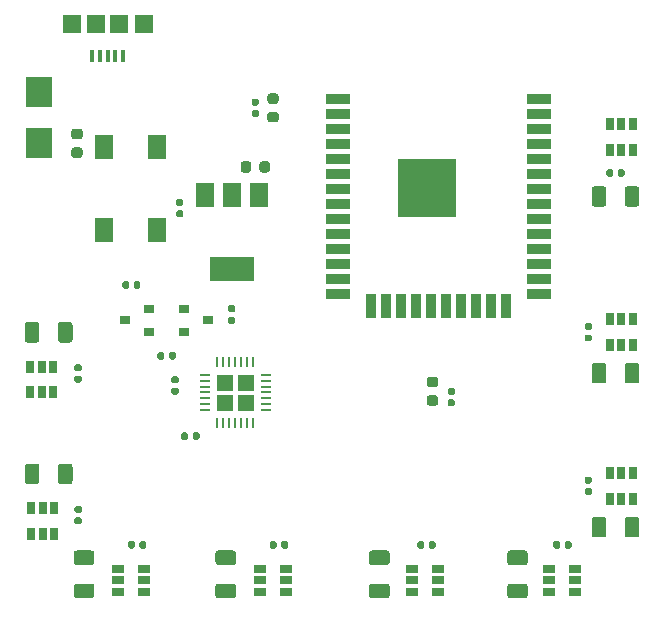
<source format=gbr>
%TF.GenerationSoftware,KiCad,Pcbnew,5.1.6-c6e7f7d~87~ubuntu18.04.1*%
%TF.CreationDate,2020-09-13T15:34:11-06:00*%
%TF.ProjectId,twinkle-led-controller,7477696e-6b6c-4652-9d6c-65642d636f6e,rev?*%
%TF.SameCoordinates,Original*%
%TF.FileFunction,Paste,Top*%
%TF.FilePolarity,Positive*%
%FSLAX46Y46*%
G04 Gerber Fmt 4.6, Leading zero omitted, Abs format (unit mm)*
G04 Created by KiCad (PCBNEW 5.1.6-c6e7f7d~87~ubuntu18.04.1) date 2020-09-13 15:34:11*
%MOMM*%
%LPD*%
G01*
G04 APERTURE LIST*
%ADD10C,0.010000*%
%ADD11R,0.254000X0.900000*%
%ADD12R,0.900000X0.254000*%
%ADD13R,2.300000X2.500000*%
%ADD14R,0.650000X1.060000*%
%ADD15R,1.060000X0.650000*%
%ADD16R,2.000000X0.900000*%
%ADD17R,0.900000X2.000000*%
%ADD18R,5.000000X5.000000*%
%ADD19R,1.500000X2.000000*%
%ADD20R,3.800000X2.000000*%
%ADD21R,0.900000X0.800000*%
%ADD22R,1.500000X1.550000*%
%ADD23R,0.320000X1.080000*%
G04 APERTURE END LIST*
D10*
%TO.C,U2*%
G36*
X203297520Y-83100000D02*
G01*
X204550000Y-83100000D01*
X204550000Y-84349587D01*
X203297520Y-84349587D01*
X203297520Y-83100000D01*
G37*
X203297520Y-83100000D02*
X204550000Y-83100000D01*
X204550000Y-84349587D01*
X203297520Y-84349587D01*
X203297520Y-83100000D01*
G36*
X205050062Y-83100000D02*
G01*
X206300000Y-83100000D01*
X206300000Y-84349938D01*
X205050062Y-84349938D01*
X205050062Y-83100000D01*
G37*
X205050062Y-83100000D02*
X206300000Y-83100000D01*
X206300000Y-84349938D01*
X205050062Y-84349938D01*
X205050062Y-83100000D01*
G36*
X203297480Y-84850000D02*
G01*
X204550000Y-84850000D01*
X204550000Y-86102520D01*
X203297480Y-86102520D01*
X203297480Y-84850000D01*
G37*
X203297480Y-84850000D02*
X204550000Y-84850000D01*
X204550000Y-86102520D01*
X203297480Y-86102520D01*
X203297480Y-84850000D01*
G36*
X205050456Y-84850000D02*
G01*
X206300000Y-84850000D01*
X206300000Y-86102730D01*
X205050456Y-86102730D01*
X205050456Y-84850000D01*
G37*
X205050456Y-84850000D02*
X206300000Y-84850000D01*
X206300000Y-86102730D01*
X205050456Y-86102730D01*
X205050456Y-84850000D01*
%TD*%
D11*
%TO.C,U2*%
X203300000Y-82010000D03*
X203800000Y-82010000D03*
X204300000Y-82010000D03*
X204800000Y-82010000D03*
X205300000Y-82010000D03*
X205800000Y-82010000D03*
X206300000Y-82010000D03*
D12*
X207390000Y-83100000D03*
X207390000Y-83600000D03*
X207390000Y-84100000D03*
X207390000Y-84600000D03*
X207390000Y-85100000D03*
X207390000Y-85600000D03*
X207390000Y-86100000D03*
D11*
X206300000Y-87190000D03*
X205800000Y-87190000D03*
X205300000Y-87190000D03*
X204800000Y-87190000D03*
X204300000Y-87190000D03*
X203800000Y-87190000D03*
X203300000Y-87190000D03*
D12*
X202210000Y-86100000D03*
X202210000Y-85600000D03*
X202210000Y-85100000D03*
X202210000Y-84600000D03*
X202210000Y-84100000D03*
X202210000Y-83600000D03*
X202210000Y-83100000D03*
%TD*%
%TO.C,R15*%
G36*
G01*
X201190000Y-88472500D02*
X201190000Y-88127500D01*
G75*
G02*
X201337500Y-87980000I147500J0D01*
G01*
X201632500Y-87980000D01*
G75*
G02*
X201780000Y-88127500I0J-147500D01*
G01*
X201780000Y-88472500D01*
G75*
G02*
X201632500Y-88620000I-147500J0D01*
G01*
X201337500Y-88620000D01*
G75*
G02*
X201190000Y-88472500I0J147500D01*
G01*
G37*
G36*
G01*
X200220000Y-88472500D02*
X200220000Y-88127500D01*
G75*
G02*
X200367500Y-87980000I147500J0D01*
G01*
X200662500Y-87980000D01*
G75*
G02*
X200810000Y-88127500I0J-147500D01*
G01*
X200810000Y-88472500D01*
G75*
G02*
X200662500Y-88620000I-147500J0D01*
G01*
X200367500Y-88620000D01*
G75*
G02*
X200220000Y-88472500I0J147500D01*
G01*
G37*
%TD*%
D13*
%TO.C,D1*%
X188200000Y-63450000D03*
X188200000Y-59150000D03*
%TD*%
%TO.C,R14*%
G36*
G01*
X222927500Y-85190000D02*
X223272500Y-85190000D01*
G75*
G02*
X223420000Y-85337500I0J-147500D01*
G01*
X223420000Y-85632500D01*
G75*
G02*
X223272500Y-85780000I-147500J0D01*
G01*
X222927500Y-85780000D01*
G75*
G02*
X222780000Y-85632500I0J147500D01*
G01*
X222780000Y-85337500D01*
G75*
G02*
X222927500Y-85190000I147500J0D01*
G01*
G37*
G36*
G01*
X222927500Y-84220000D02*
X223272500Y-84220000D01*
G75*
G02*
X223420000Y-84367500I0J-147500D01*
G01*
X223420000Y-84662500D01*
G75*
G02*
X223272500Y-84810000I-147500J0D01*
G01*
X222927500Y-84810000D01*
G75*
G02*
X222780000Y-84662500I0J147500D01*
G01*
X222780000Y-84367500D01*
G75*
G02*
X222927500Y-84220000I147500J0D01*
G01*
G37*
%TD*%
D14*
%TO.C,U12*%
X188400000Y-82400000D03*
X187450000Y-82400000D03*
X189350000Y-82400000D03*
X189350000Y-84600000D03*
X188400000Y-84600000D03*
X187450000Y-84600000D03*
%TD*%
%TO.C,U11*%
X188500000Y-94400000D03*
X187550000Y-94400000D03*
X189450000Y-94400000D03*
X189450000Y-96600000D03*
X188500000Y-96600000D03*
X187550000Y-96600000D03*
%TD*%
D15*
%TO.C,U10*%
X194900000Y-100500000D03*
X194900000Y-101450000D03*
X194900000Y-99550000D03*
X197100000Y-99550000D03*
X197100000Y-100500000D03*
X197100000Y-101450000D03*
%TD*%
%TO.C,U9*%
X206900000Y-100500000D03*
X206900000Y-101450000D03*
X206900000Y-99550000D03*
X209100000Y-99550000D03*
X209100000Y-100500000D03*
X209100000Y-101450000D03*
%TD*%
%TO.C,U8*%
X219760000Y-100500000D03*
X219760000Y-101450000D03*
X219760000Y-99550000D03*
X221960000Y-99550000D03*
X221960000Y-100500000D03*
X221960000Y-101450000D03*
%TD*%
%TO.C,U7*%
X231400000Y-100500000D03*
X231400000Y-101450000D03*
X231400000Y-99550000D03*
X233600000Y-99550000D03*
X233600000Y-100500000D03*
X233600000Y-101450000D03*
%TD*%
D14*
%TO.C,U6*%
X237500000Y-93600000D03*
X238450000Y-93600000D03*
X236550000Y-93600000D03*
X236550000Y-91400000D03*
X237500000Y-91400000D03*
X238450000Y-91400000D03*
%TD*%
%TO.C,U5*%
X237500000Y-80600000D03*
X238450000Y-80600000D03*
X236550000Y-80600000D03*
X236550000Y-78400000D03*
X237500000Y-78400000D03*
X238450000Y-78400000D03*
%TD*%
%TO.C,U4*%
X237500000Y-64100000D03*
X238450000Y-64100000D03*
X236550000Y-64100000D03*
X236550000Y-61900000D03*
X237500000Y-61900000D03*
X238450000Y-61900000D03*
%TD*%
D16*
%TO.C,U3*%
X230500000Y-59745000D03*
X230500000Y-61015000D03*
X230500000Y-62285000D03*
X230500000Y-63555000D03*
X230500000Y-64825000D03*
X230500000Y-66095000D03*
X230500000Y-67365000D03*
X230500000Y-68635000D03*
X230500000Y-69905000D03*
X230500000Y-71175000D03*
X230500000Y-72445000D03*
X230500000Y-73715000D03*
X230500000Y-74985000D03*
X230500000Y-76255000D03*
D17*
X227715000Y-77255000D03*
X226445000Y-77255000D03*
X225175000Y-77255000D03*
X223905000Y-77255000D03*
X222635000Y-77255000D03*
X221365000Y-77255000D03*
X220095000Y-77255000D03*
X218825000Y-77255000D03*
X217555000Y-77255000D03*
X216285000Y-77255000D03*
D16*
X213500000Y-76255000D03*
X213500000Y-74985000D03*
X213500000Y-73715000D03*
X213500000Y-72445000D03*
X213500000Y-71175000D03*
X213500000Y-69905000D03*
X213500000Y-68635000D03*
X213500000Y-67365000D03*
X213500000Y-66095000D03*
X213500000Y-64825000D03*
X213500000Y-63555000D03*
X213500000Y-62285000D03*
X213500000Y-61015000D03*
X213500000Y-59745000D03*
D18*
X221000000Y-67245000D03*
%TD*%
D19*
%TO.C,U1*%
X206800000Y-67850000D03*
X202200000Y-67850000D03*
X204500000Y-67850000D03*
D20*
X204500000Y-74150000D03*
%TD*%
D19*
%TO.C,SW1*%
X193650000Y-70800000D03*
X193650000Y-63800000D03*
X198150000Y-70800000D03*
X198150000Y-63800000D03*
%TD*%
%TO.C,R12*%
G36*
G01*
X189775000Y-80125000D02*
X189775000Y-78875000D01*
G75*
G02*
X190025000Y-78625000I250000J0D01*
G01*
X190775000Y-78625000D01*
G75*
G02*
X191025000Y-78875000I0J-250000D01*
G01*
X191025000Y-80125000D01*
G75*
G02*
X190775000Y-80375000I-250000J0D01*
G01*
X190025000Y-80375000D01*
G75*
G02*
X189775000Y-80125000I0J250000D01*
G01*
G37*
G36*
G01*
X186975000Y-80125000D02*
X186975000Y-78875000D01*
G75*
G02*
X187225000Y-78625000I250000J0D01*
G01*
X187975000Y-78625000D01*
G75*
G02*
X188225000Y-78875000I0J-250000D01*
G01*
X188225000Y-80125000D01*
G75*
G02*
X187975000Y-80375000I-250000J0D01*
G01*
X187225000Y-80375000D01*
G75*
G02*
X186975000Y-80125000I0J250000D01*
G01*
G37*
%TD*%
%TO.C,R11*%
G36*
G01*
X189775000Y-92125000D02*
X189775000Y-90875000D01*
G75*
G02*
X190025000Y-90625000I250000J0D01*
G01*
X190775000Y-90625000D01*
G75*
G02*
X191025000Y-90875000I0J-250000D01*
G01*
X191025000Y-92125000D01*
G75*
G02*
X190775000Y-92375000I-250000J0D01*
G01*
X190025000Y-92375000D01*
G75*
G02*
X189775000Y-92125000I0J250000D01*
G01*
G37*
G36*
G01*
X186975000Y-92125000D02*
X186975000Y-90875000D01*
G75*
G02*
X187225000Y-90625000I250000J0D01*
G01*
X187975000Y-90625000D01*
G75*
G02*
X188225000Y-90875000I0J-250000D01*
G01*
X188225000Y-92125000D01*
G75*
G02*
X187975000Y-92375000I-250000J0D01*
G01*
X187225000Y-92375000D01*
G75*
G02*
X186975000Y-92125000I0J250000D01*
G01*
G37*
%TD*%
%TO.C,R10*%
G36*
G01*
X192625000Y-99225000D02*
X191375000Y-99225000D01*
G75*
G02*
X191125000Y-98975000I0J250000D01*
G01*
X191125000Y-98225000D01*
G75*
G02*
X191375000Y-97975000I250000J0D01*
G01*
X192625000Y-97975000D01*
G75*
G02*
X192875000Y-98225000I0J-250000D01*
G01*
X192875000Y-98975000D01*
G75*
G02*
X192625000Y-99225000I-250000J0D01*
G01*
G37*
G36*
G01*
X192625000Y-102025000D02*
X191375000Y-102025000D01*
G75*
G02*
X191125000Y-101775000I0J250000D01*
G01*
X191125000Y-101025000D01*
G75*
G02*
X191375000Y-100775000I250000J0D01*
G01*
X192625000Y-100775000D01*
G75*
G02*
X192875000Y-101025000I0J-250000D01*
G01*
X192875000Y-101775000D01*
G75*
G02*
X192625000Y-102025000I-250000J0D01*
G01*
G37*
%TD*%
%TO.C,R9*%
G36*
G01*
X204625000Y-99225000D02*
X203375000Y-99225000D01*
G75*
G02*
X203125000Y-98975000I0J250000D01*
G01*
X203125000Y-98225000D01*
G75*
G02*
X203375000Y-97975000I250000J0D01*
G01*
X204625000Y-97975000D01*
G75*
G02*
X204875000Y-98225000I0J-250000D01*
G01*
X204875000Y-98975000D01*
G75*
G02*
X204625000Y-99225000I-250000J0D01*
G01*
G37*
G36*
G01*
X204625000Y-102025000D02*
X203375000Y-102025000D01*
G75*
G02*
X203125000Y-101775000I0J250000D01*
G01*
X203125000Y-101025000D01*
G75*
G02*
X203375000Y-100775000I250000J0D01*
G01*
X204625000Y-100775000D01*
G75*
G02*
X204875000Y-101025000I0J-250000D01*
G01*
X204875000Y-101775000D01*
G75*
G02*
X204625000Y-102025000I-250000J0D01*
G01*
G37*
%TD*%
%TO.C,R8*%
G36*
G01*
X217625000Y-99225000D02*
X216375000Y-99225000D01*
G75*
G02*
X216125000Y-98975000I0J250000D01*
G01*
X216125000Y-98225000D01*
G75*
G02*
X216375000Y-97975000I250000J0D01*
G01*
X217625000Y-97975000D01*
G75*
G02*
X217875000Y-98225000I0J-250000D01*
G01*
X217875000Y-98975000D01*
G75*
G02*
X217625000Y-99225000I-250000J0D01*
G01*
G37*
G36*
G01*
X217625000Y-102025000D02*
X216375000Y-102025000D01*
G75*
G02*
X216125000Y-101775000I0J250000D01*
G01*
X216125000Y-101025000D01*
G75*
G02*
X216375000Y-100775000I250000J0D01*
G01*
X217625000Y-100775000D01*
G75*
G02*
X217875000Y-101025000I0J-250000D01*
G01*
X217875000Y-101775000D01*
G75*
G02*
X217625000Y-102025000I-250000J0D01*
G01*
G37*
%TD*%
%TO.C,R7*%
G36*
G01*
X229325000Y-99225000D02*
X228075000Y-99225000D01*
G75*
G02*
X227825000Y-98975000I0J250000D01*
G01*
X227825000Y-98225000D01*
G75*
G02*
X228075000Y-97975000I250000J0D01*
G01*
X229325000Y-97975000D01*
G75*
G02*
X229575000Y-98225000I0J-250000D01*
G01*
X229575000Y-98975000D01*
G75*
G02*
X229325000Y-99225000I-250000J0D01*
G01*
G37*
G36*
G01*
X229325000Y-102025000D02*
X228075000Y-102025000D01*
G75*
G02*
X227825000Y-101775000I0J250000D01*
G01*
X227825000Y-101025000D01*
G75*
G02*
X228075000Y-100775000I250000J0D01*
G01*
X229325000Y-100775000D01*
G75*
G02*
X229575000Y-101025000I0J-250000D01*
G01*
X229575000Y-101775000D01*
G75*
G02*
X229325000Y-102025000I-250000J0D01*
G01*
G37*
%TD*%
%TO.C,R6*%
G36*
G01*
X236225000Y-95375000D02*
X236225000Y-96625000D01*
G75*
G02*
X235975000Y-96875000I-250000J0D01*
G01*
X235225000Y-96875000D01*
G75*
G02*
X234975000Y-96625000I0J250000D01*
G01*
X234975000Y-95375000D01*
G75*
G02*
X235225000Y-95125000I250000J0D01*
G01*
X235975000Y-95125000D01*
G75*
G02*
X236225000Y-95375000I0J-250000D01*
G01*
G37*
G36*
G01*
X239025000Y-95375000D02*
X239025000Y-96625000D01*
G75*
G02*
X238775000Y-96875000I-250000J0D01*
G01*
X238025000Y-96875000D01*
G75*
G02*
X237775000Y-96625000I0J250000D01*
G01*
X237775000Y-95375000D01*
G75*
G02*
X238025000Y-95125000I250000J0D01*
G01*
X238775000Y-95125000D01*
G75*
G02*
X239025000Y-95375000I0J-250000D01*
G01*
G37*
%TD*%
%TO.C,R5*%
G36*
G01*
X236225000Y-82335000D02*
X236225000Y-83585000D01*
G75*
G02*
X235975000Y-83835000I-250000J0D01*
G01*
X235225000Y-83835000D01*
G75*
G02*
X234975000Y-83585000I0J250000D01*
G01*
X234975000Y-82335000D01*
G75*
G02*
X235225000Y-82085000I250000J0D01*
G01*
X235975000Y-82085000D01*
G75*
G02*
X236225000Y-82335000I0J-250000D01*
G01*
G37*
G36*
G01*
X239025000Y-82335000D02*
X239025000Y-83585000D01*
G75*
G02*
X238775000Y-83835000I-250000J0D01*
G01*
X238025000Y-83835000D01*
G75*
G02*
X237775000Y-83585000I0J250000D01*
G01*
X237775000Y-82335000D01*
G75*
G02*
X238025000Y-82085000I250000J0D01*
G01*
X238775000Y-82085000D01*
G75*
G02*
X239025000Y-82335000I0J-250000D01*
G01*
G37*
%TD*%
%TO.C,R4*%
G36*
G01*
X236225000Y-67375000D02*
X236225000Y-68625000D01*
G75*
G02*
X235975000Y-68875000I-250000J0D01*
G01*
X235225000Y-68875000D01*
G75*
G02*
X234975000Y-68625000I0J250000D01*
G01*
X234975000Y-67375000D01*
G75*
G02*
X235225000Y-67125000I250000J0D01*
G01*
X235975000Y-67125000D01*
G75*
G02*
X236225000Y-67375000I0J-250000D01*
G01*
G37*
G36*
G01*
X239025000Y-67375000D02*
X239025000Y-68625000D01*
G75*
G02*
X238775000Y-68875000I-250000J0D01*
G01*
X238025000Y-68875000D01*
G75*
G02*
X237775000Y-68625000I0J250000D01*
G01*
X237775000Y-67375000D01*
G75*
G02*
X238025000Y-67125000I250000J0D01*
G01*
X238775000Y-67125000D01*
G75*
G02*
X239025000Y-67375000I0J-250000D01*
G01*
G37*
%TD*%
%TO.C,R3*%
G36*
G01*
X204327500Y-78190000D02*
X204672500Y-78190000D01*
G75*
G02*
X204820000Y-78337500I0J-147500D01*
G01*
X204820000Y-78632500D01*
G75*
G02*
X204672500Y-78780000I-147500J0D01*
G01*
X204327500Y-78780000D01*
G75*
G02*
X204180000Y-78632500I0J147500D01*
G01*
X204180000Y-78337500D01*
G75*
G02*
X204327500Y-78190000I147500J0D01*
G01*
G37*
G36*
G01*
X204327500Y-77220000D02*
X204672500Y-77220000D01*
G75*
G02*
X204820000Y-77367500I0J-147500D01*
G01*
X204820000Y-77662500D01*
G75*
G02*
X204672500Y-77810000I-147500J0D01*
G01*
X204327500Y-77810000D01*
G75*
G02*
X204180000Y-77662500I0J147500D01*
G01*
X204180000Y-77367500D01*
G75*
G02*
X204327500Y-77220000I147500J0D01*
G01*
G37*
%TD*%
%TO.C,R2*%
G36*
G01*
X199190000Y-81672500D02*
X199190000Y-81327500D01*
G75*
G02*
X199337500Y-81180000I147500J0D01*
G01*
X199632500Y-81180000D01*
G75*
G02*
X199780000Y-81327500I0J-147500D01*
G01*
X199780000Y-81672500D01*
G75*
G02*
X199632500Y-81820000I-147500J0D01*
G01*
X199337500Y-81820000D01*
G75*
G02*
X199190000Y-81672500I0J147500D01*
G01*
G37*
G36*
G01*
X198220000Y-81672500D02*
X198220000Y-81327500D01*
G75*
G02*
X198367500Y-81180000I147500J0D01*
G01*
X198662500Y-81180000D01*
G75*
G02*
X198810000Y-81327500I0J-147500D01*
G01*
X198810000Y-81672500D01*
G75*
G02*
X198662500Y-81820000I-147500J0D01*
G01*
X198367500Y-81820000D01*
G75*
G02*
X198220000Y-81672500I0J147500D01*
G01*
G37*
%TD*%
%TO.C,R1*%
G36*
G01*
X195810000Y-75327500D02*
X195810000Y-75672500D01*
G75*
G02*
X195662500Y-75820000I-147500J0D01*
G01*
X195367500Y-75820000D01*
G75*
G02*
X195220000Y-75672500I0J147500D01*
G01*
X195220000Y-75327500D01*
G75*
G02*
X195367500Y-75180000I147500J0D01*
G01*
X195662500Y-75180000D01*
G75*
G02*
X195810000Y-75327500I0J-147500D01*
G01*
G37*
G36*
G01*
X196780000Y-75327500D02*
X196780000Y-75672500D01*
G75*
G02*
X196632500Y-75820000I-147500J0D01*
G01*
X196337500Y-75820000D01*
G75*
G02*
X196190000Y-75672500I0J147500D01*
G01*
X196190000Y-75327500D01*
G75*
G02*
X196337500Y-75180000I147500J0D01*
G01*
X196632500Y-75180000D01*
G75*
G02*
X196780000Y-75327500I0J-147500D01*
G01*
G37*
%TD*%
D21*
%TO.C,Q2*%
X195500000Y-78500000D03*
X197500000Y-77550000D03*
X197500000Y-79450000D03*
%TD*%
%TO.C,Q1*%
X202500000Y-78500000D03*
X200500000Y-79450000D03*
X200500000Y-77550000D03*
%TD*%
D22*
%TO.C,J1*%
X190950000Y-53400000D03*
X197050000Y-53400000D03*
X193000000Y-53400000D03*
X195000000Y-53400000D03*
D23*
X192700000Y-56075000D03*
X193350000Y-56075000D03*
X194000000Y-56075000D03*
X194650000Y-56075000D03*
X195300000Y-56075000D03*
%TD*%
%TO.C,D2*%
G36*
G01*
X221756250Y-84150000D02*
X221243750Y-84150000D01*
G75*
G02*
X221025000Y-83931250I0J218750D01*
G01*
X221025000Y-83493750D01*
G75*
G02*
X221243750Y-83275000I218750J0D01*
G01*
X221756250Y-83275000D01*
G75*
G02*
X221975000Y-83493750I0J-218750D01*
G01*
X221975000Y-83931250D01*
G75*
G02*
X221756250Y-84150000I-218750J0D01*
G01*
G37*
G36*
G01*
X221756250Y-85725000D02*
X221243750Y-85725000D01*
G75*
G02*
X221025000Y-85506250I0J218750D01*
G01*
X221025000Y-85068750D01*
G75*
G02*
X221243750Y-84850000I218750J0D01*
G01*
X221756250Y-84850000D01*
G75*
G02*
X221975000Y-85068750I0J-218750D01*
G01*
X221975000Y-85506250D01*
G75*
G02*
X221756250Y-85725000I-218750J0D01*
G01*
G37*
%TD*%
%TO.C,C16*%
G36*
G01*
X191327500Y-83190000D02*
X191672500Y-83190000D01*
G75*
G02*
X191820000Y-83337500I0J-147500D01*
G01*
X191820000Y-83632500D01*
G75*
G02*
X191672500Y-83780000I-147500J0D01*
G01*
X191327500Y-83780000D01*
G75*
G02*
X191180000Y-83632500I0J147500D01*
G01*
X191180000Y-83337500D01*
G75*
G02*
X191327500Y-83190000I147500J0D01*
G01*
G37*
G36*
G01*
X191327500Y-82220000D02*
X191672500Y-82220000D01*
G75*
G02*
X191820000Y-82367500I0J-147500D01*
G01*
X191820000Y-82662500D01*
G75*
G02*
X191672500Y-82810000I-147500J0D01*
G01*
X191327500Y-82810000D01*
G75*
G02*
X191180000Y-82662500I0J147500D01*
G01*
X191180000Y-82367500D01*
G75*
G02*
X191327500Y-82220000I147500J0D01*
G01*
G37*
%TD*%
%TO.C,C15*%
G36*
G01*
X191327500Y-95175000D02*
X191672500Y-95175000D01*
G75*
G02*
X191820000Y-95322500I0J-147500D01*
G01*
X191820000Y-95617500D01*
G75*
G02*
X191672500Y-95765000I-147500J0D01*
G01*
X191327500Y-95765000D01*
G75*
G02*
X191180000Y-95617500I0J147500D01*
G01*
X191180000Y-95322500D01*
G75*
G02*
X191327500Y-95175000I147500J0D01*
G01*
G37*
G36*
G01*
X191327500Y-94205000D02*
X191672500Y-94205000D01*
G75*
G02*
X191820000Y-94352500I0J-147500D01*
G01*
X191820000Y-94647500D01*
G75*
G02*
X191672500Y-94795000I-147500J0D01*
G01*
X191327500Y-94795000D01*
G75*
G02*
X191180000Y-94647500I0J147500D01*
G01*
X191180000Y-94352500D01*
G75*
G02*
X191327500Y-94205000I147500J0D01*
G01*
G37*
%TD*%
%TO.C,C14*%
G36*
G01*
X196690000Y-97672500D02*
X196690000Y-97327500D01*
G75*
G02*
X196837500Y-97180000I147500J0D01*
G01*
X197132500Y-97180000D01*
G75*
G02*
X197280000Y-97327500I0J-147500D01*
G01*
X197280000Y-97672500D01*
G75*
G02*
X197132500Y-97820000I-147500J0D01*
G01*
X196837500Y-97820000D01*
G75*
G02*
X196690000Y-97672500I0J147500D01*
G01*
G37*
G36*
G01*
X195720000Y-97672500D02*
X195720000Y-97327500D01*
G75*
G02*
X195867500Y-97180000I147500J0D01*
G01*
X196162500Y-97180000D01*
G75*
G02*
X196310000Y-97327500I0J-147500D01*
G01*
X196310000Y-97672500D01*
G75*
G02*
X196162500Y-97820000I-147500J0D01*
G01*
X195867500Y-97820000D01*
G75*
G02*
X195720000Y-97672500I0J147500D01*
G01*
G37*
%TD*%
%TO.C,C13*%
G36*
G01*
X208690000Y-97672500D02*
X208690000Y-97327500D01*
G75*
G02*
X208837500Y-97180000I147500J0D01*
G01*
X209132500Y-97180000D01*
G75*
G02*
X209280000Y-97327500I0J-147500D01*
G01*
X209280000Y-97672500D01*
G75*
G02*
X209132500Y-97820000I-147500J0D01*
G01*
X208837500Y-97820000D01*
G75*
G02*
X208690000Y-97672500I0J147500D01*
G01*
G37*
G36*
G01*
X207720000Y-97672500D02*
X207720000Y-97327500D01*
G75*
G02*
X207867500Y-97180000I147500J0D01*
G01*
X208162500Y-97180000D01*
G75*
G02*
X208310000Y-97327500I0J-147500D01*
G01*
X208310000Y-97672500D01*
G75*
G02*
X208162500Y-97820000I-147500J0D01*
G01*
X207867500Y-97820000D01*
G75*
G02*
X207720000Y-97672500I0J147500D01*
G01*
G37*
%TD*%
%TO.C,C12*%
G36*
G01*
X221190000Y-97672500D02*
X221190000Y-97327500D01*
G75*
G02*
X221337500Y-97180000I147500J0D01*
G01*
X221632500Y-97180000D01*
G75*
G02*
X221780000Y-97327500I0J-147500D01*
G01*
X221780000Y-97672500D01*
G75*
G02*
X221632500Y-97820000I-147500J0D01*
G01*
X221337500Y-97820000D01*
G75*
G02*
X221190000Y-97672500I0J147500D01*
G01*
G37*
G36*
G01*
X220220000Y-97672500D02*
X220220000Y-97327500D01*
G75*
G02*
X220367500Y-97180000I147500J0D01*
G01*
X220662500Y-97180000D01*
G75*
G02*
X220810000Y-97327500I0J-147500D01*
G01*
X220810000Y-97672500D01*
G75*
G02*
X220662500Y-97820000I-147500J0D01*
G01*
X220367500Y-97820000D01*
G75*
G02*
X220220000Y-97672500I0J147500D01*
G01*
G37*
%TD*%
%TO.C,C11*%
G36*
G01*
X232690000Y-97672500D02*
X232690000Y-97327500D01*
G75*
G02*
X232837500Y-97180000I147500J0D01*
G01*
X233132500Y-97180000D01*
G75*
G02*
X233280000Y-97327500I0J-147500D01*
G01*
X233280000Y-97672500D01*
G75*
G02*
X233132500Y-97820000I-147500J0D01*
G01*
X232837500Y-97820000D01*
G75*
G02*
X232690000Y-97672500I0J147500D01*
G01*
G37*
G36*
G01*
X231720000Y-97672500D02*
X231720000Y-97327500D01*
G75*
G02*
X231867500Y-97180000I147500J0D01*
G01*
X232162500Y-97180000D01*
G75*
G02*
X232310000Y-97327500I0J-147500D01*
G01*
X232310000Y-97672500D01*
G75*
G02*
X232162500Y-97820000I-147500J0D01*
G01*
X231867500Y-97820000D01*
G75*
G02*
X231720000Y-97672500I0J147500D01*
G01*
G37*
%TD*%
%TO.C,C10*%
G36*
G01*
X234872500Y-92310000D02*
X234527500Y-92310000D01*
G75*
G02*
X234380000Y-92162500I0J147500D01*
G01*
X234380000Y-91867500D01*
G75*
G02*
X234527500Y-91720000I147500J0D01*
G01*
X234872500Y-91720000D01*
G75*
G02*
X235020000Y-91867500I0J-147500D01*
G01*
X235020000Y-92162500D01*
G75*
G02*
X234872500Y-92310000I-147500J0D01*
G01*
G37*
G36*
G01*
X234872500Y-93280000D02*
X234527500Y-93280000D01*
G75*
G02*
X234380000Y-93132500I0J147500D01*
G01*
X234380000Y-92837500D01*
G75*
G02*
X234527500Y-92690000I147500J0D01*
G01*
X234872500Y-92690000D01*
G75*
G02*
X235020000Y-92837500I0J-147500D01*
G01*
X235020000Y-93132500D01*
G75*
G02*
X234872500Y-93280000I-147500J0D01*
G01*
G37*
%TD*%
%TO.C,C9*%
G36*
G01*
X234872500Y-79310000D02*
X234527500Y-79310000D01*
G75*
G02*
X234380000Y-79162500I0J147500D01*
G01*
X234380000Y-78867500D01*
G75*
G02*
X234527500Y-78720000I147500J0D01*
G01*
X234872500Y-78720000D01*
G75*
G02*
X235020000Y-78867500I0J-147500D01*
G01*
X235020000Y-79162500D01*
G75*
G02*
X234872500Y-79310000I-147500J0D01*
G01*
G37*
G36*
G01*
X234872500Y-80280000D02*
X234527500Y-80280000D01*
G75*
G02*
X234380000Y-80132500I0J147500D01*
G01*
X234380000Y-79837500D01*
G75*
G02*
X234527500Y-79690000I147500J0D01*
G01*
X234872500Y-79690000D01*
G75*
G02*
X235020000Y-79837500I0J-147500D01*
G01*
X235020000Y-80132500D01*
G75*
G02*
X234872500Y-80280000I-147500J0D01*
G01*
G37*
%TD*%
%TO.C,C8*%
G36*
G01*
X236810000Y-65827500D02*
X236810000Y-66172500D01*
G75*
G02*
X236662500Y-66320000I-147500J0D01*
G01*
X236367500Y-66320000D01*
G75*
G02*
X236220000Y-66172500I0J147500D01*
G01*
X236220000Y-65827500D01*
G75*
G02*
X236367500Y-65680000I147500J0D01*
G01*
X236662500Y-65680000D01*
G75*
G02*
X236810000Y-65827500I0J-147500D01*
G01*
G37*
G36*
G01*
X237780000Y-65827500D02*
X237780000Y-66172500D01*
G75*
G02*
X237632500Y-66320000I-147500J0D01*
G01*
X237337500Y-66320000D01*
G75*
G02*
X237190000Y-66172500I0J147500D01*
G01*
X237190000Y-65827500D01*
G75*
G02*
X237337500Y-65680000I147500J0D01*
G01*
X237632500Y-65680000D01*
G75*
G02*
X237780000Y-65827500I0J-147500D01*
G01*
G37*
%TD*%
%TO.C,C7*%
G36*
G01*
X206672500Y-60310000D02*
X206327500Y-60310000D01*
G75*
G02*
X206180000Y-60162500I0J147500D01*
G01*
X206180000Y-59867500D01*
G75*
G02*
X206327500Y-59720000I147500J0D01*
G01*
X206672500Y-59720000D01*
G75*
G02*
X206820000Y-59867500I0J-147500D01*
G01*
X206820000Y-60162500D01*
G75*
G02*
X206672500Y-60310000I-147500J0D01*
G01*
G37*
G36*
G01*
X206672500Y-61280000D02*
X206327500Y-61280000D01*
G75*
G02*
X206180000Y-61132500I0J147500D01*
G01*
X206180000Y-60837500D01*
G75*
G02*
X206327500Y-60690000I147500J0D01*
G01*
X206672500Y-60690000D01*
G75*
G02*
X206820000Y-60837500I0J-147500D01*
G01*
X206820000Y-61132500D01*
G75*
G02*
X206672500Y-61280000I-147500J0D01*
G01*
G37*
%TD*%
%TO.C,C6*%
G36*
G01*
X208256250Y-60150000D02*
X207743750Y-60150000D01*
G75*
G02*
X207525000Y-59931250I0J218750D01*
G01*
X207525000Y-59493750D01*
G75*
G02*
X207743750Y-59275000I218750J0D01*
G01*
X208256250Y-59275000D01*
G75*
G02*
X208475000Y-59493750I0J-218750D01*
G01*
X208475000Y-59931250D01*
G75*
G02*
X208256250Y-60150000I-218750J0D01*
G01*
G37*
G36*
G01*
X208256250Y-61725000D02*
X207743750Y-61725000D01*
G75*
G02*
X207525000Y-61506250I0J218750D01*
G01*
X207525000Y-61068750D01*
G75*
G02*
X207743750Y-60850000I218750J0D01*
G01*
X208256250Y-60850000D01*
G75*
G02*
X208475000Y-61068750I0J-218750D01*
G01*
X208475000Y-61506250D01*
G75*
G02*
X208256250Y-61725000I-218750J0D01*
G01*
G37*
%TD*%
%TO.C,C5*%
G36*
G01*
X191656250Y-63150000D02*
X191143750Y-63150000D01*
G75*
G02*
X190925000Y-62931250I0J218750D01*
G01*
X190925000Y-62493750D01*
G75*
G02*
X191143750Y-62275000I218750J0D01*
G01*
X191656250Y-62275000D01*
G75*
G02*
X191875000Y-62493750I0J-218750D01*
G01*
X191875000Y-62931250D01*
G75*
G02*
X191656250Y-63150000I-218750J0D01*
G01*
G37*
G36*
G01*
X191656250Y-64725000D02*
X191143750Y-64725000D01*
G75*
G02*
X190925000Y-64506250I0J218750D01*
G01*
X190925000Y-64068750D01*
G75*
G02*
X191143750Y-63850000I218750J0D01*
G01*
X191656250Y-63850000D01*
G75*
G02*
X191875000Y-64068750I0J-218750D01*
G01*
X191875000Y-64506250D01*
G75*
G02*
X191656250Y-64725000I-218750J0D01*
G01*
G37*
%TD*%
%TO.C,C4*%
G36*
G01*
X206850000Y-65756250D02*
X206850000Y-65243750D01*
G75*
G02*
X207068750Y-65025000I218750J0D01*
G01*
X207506250Y-65025000D01*
G75*
G02*
X207725000Y-65243750I0J-218750D01*
G01*
X207725000Y-65756250D01*
G75*
G02*
X207506250Y-65975000I-218750J0D01*
G01*
X207068750Y-65975000D01*
G75*
G02*
X206850000Y-65756250I0J218750D01*
G01*
G37*
G36*
G01*
X205275000Y-65756250D02*
X205275000Y-65243750D01*
G75*
G02*
X205493750Y-65025000I218750J0D01*
G01*
X205931250Y-65025000D01*
G75*
G02*
X206150000Y-65243750I0J-218750D01*
G01*
X206150000Y-65756250D01*
G75*
G02*
X205931250Y-65975000I-218750J0D01*
G01*
X205493750Y-65975000D01*
G75*
G02*
X205275000Y-65756250I0J218750D01*
G01*
G37*
%TD*%
%TO.C,C2*%
G36*
G01*
X199872500Y-83810000D02*
X199527500Y-83810000D01*
G75*
G02*
X199380000Y-83662500I0J147500D01*
G01*
X199380000Y-83367500D01*
G75*
G02*
X199527500Y-83220000I147500J0D01*
G01*
X199872500Y-83220000D01*
G75*
G02*
X200020000Y-83367500I0J-147500D01*
G01*
X200020000Y-83662500D01*
G75*
G02*
X199872500Y-83810000I-147500J0D01*
G01*
G37*
G36*
G01*
X199872500Y-84780000D02*
X199527500Y-84780000D01*
G75*
G02*
X199380000Y-84632500I0J147500D01*
G01*
X199380000Y-84337500D01*
G75*
G02*
X199527500Y-84190000I147500J0D01*
G01*
X199872500Y-84190000D01*
G75*
G02*
X200020000Y-84337500I0J-147500D01*
G01*
X200020000Y-84632500D01*
G75*
G02*
X199872500Y-84780000I-147500J0D01*
G01*
G37*
%TD*%
%TO.C,C1*%
G36*
G01*
X200272500Y-69780000D02*
X199927500Y-69780000D01*
G75*
G02*
X199780000Y-69632500I0J147500D01*
G01*
X199780000Y-69337500D01*
G75*
G02*
X199927500Y-69190000I147500J0D01*
G01*
X200272500Y-69190000D01*
G75*
G02*
X200420000Y-69337500I0J-147500D01*
G01*
X200420000Y-69632500D01*
G75*
G02*
X200272500Y-69780000I-147500J0D01*
G01*
G37*
G36*
G01*
X200272500Y-68810000D02*
X199927500Y-68810000D01*
G75*
G02*
X199780000Y-68662500I0J147500D01*
G01*
X199780000Y-68367500D01*
G75*
G02*
X199927500Y-68220000I147500J0D01*
G01*
X200272500Y-68220000D01*
G75*
G02*
X200420000Y-68367500I0J-147500D01*
G01*
X200420000Y-68662500D01*
G75*
G02*
X200272500Y-68810000I-147500J0D01*
G01*
G37*
%TD*%
M02*

</source>
